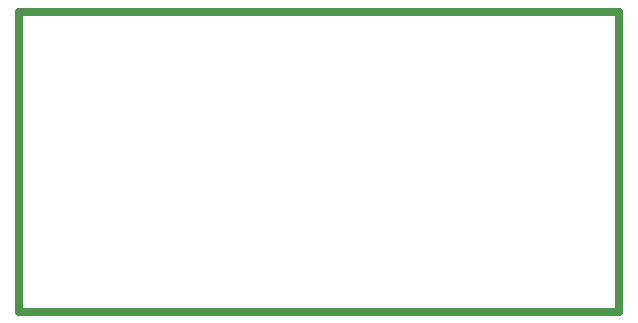
<source format=gbr>
G04 start of page 4 for group 6 idx 6 *
G04 Title: (unknown), outline *
G04 Creator: pcb 20140316 *
G04 CreationDate: Wed 08 Jan 2020 09:12:33 PM GMT UTC *
G04 For: thomasc *
G04 Format: Gerber/RS-274X *
G04 PCB-Dimensions (mil): 2000.00 1000.00 *
G04 PCB-Coordinate-Origin: lower left *
%MOIN*%
%FSLAX25Y25*%
%LNOUTLINE*%
%ADD22C,0.0250*%
G54D22*X0Y100000D02*Y0D01*
X200000D01*
Y100000D01*
X0D01*
M02*

</source>
